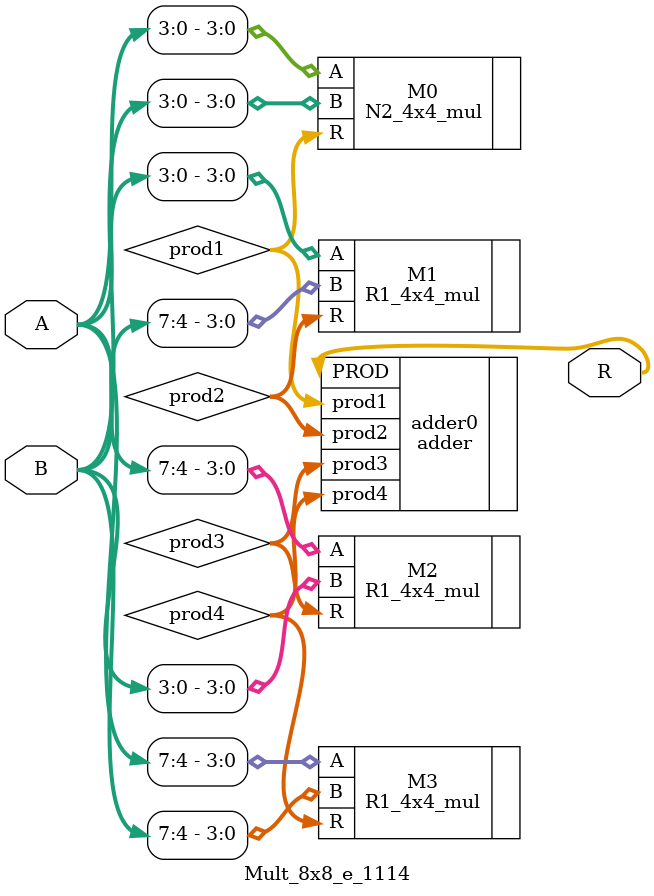
<source format=v>
module Mult_8x8_e_1114(
input [7:0] A,
input [7:0] B,
output [15:0]R
);
wire [7:0]prod1;
wire [7:0]prod2;
wire [7:0]prod3;
wire [7:0]prod4;

N2_4x4_mul M0(.A(A[3:0]),.B(B[3:0]),.R(prod1));
R1_4x4_mul M1(.A(A[3:0]),.B(B[7:4]),.R(prod2));
R1_4x4_mul M2(.A(A[7:4]),.B(B[3:0]),.R(prod3));
R1_4x4_mul M3(.A(A[7:4]),.B(B[7:4]),.R(prod4));
adder adder0(.prod1(prod1),.prod2(prod2),.prod3(prod3),.prod4(prod4),.PROD(R));
endmodule

</source>
